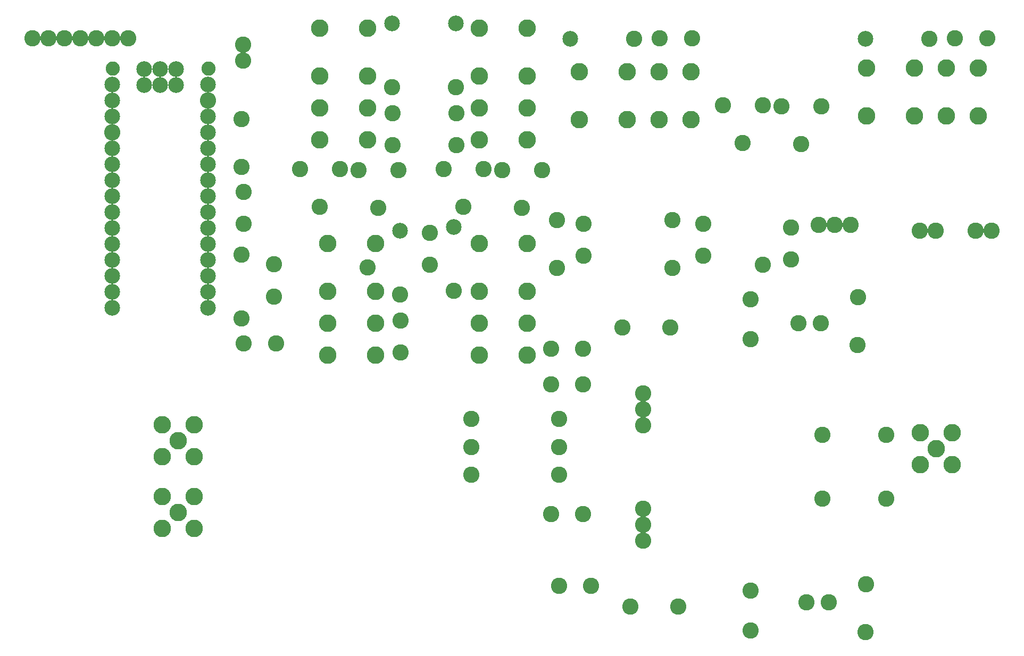
<source format=gbr>
%FSLAX34Y34*%
%MOMM*%
%LNSOLDERMASK_TOP*%
G71*
G01*
%ADD10C,2.800*%
%ADD11C,2.600*%
%ADD12C,2.500*%
%ADD13C,2.250*%
%ADD14C,2.800*%
%ADD15C,2.600*%
%ADD16C,2.500*%
%LPD*%
X252070Y344780D02*
G54D10*
D03*
X302870Y344780D02*
G54D10*
D03*
X277470Y319380D02*
G54D10*
D03*
X302870Y293980D02*
G54D10*
D03*
X252070Y293980D02*
G54D10*
D03*
X1347470Y663830D02*
G54D11*
D03*
X1322070Y663830D02*
G54D11*
D03*
X1296670Y663830D02*
G54D11*
D03*
X1252720Y659036D02*
G54D11*
D03*
X1252833Y608055D02*
G54D11*
D03*
X1064503Y671527D02*
G54D11*
D03*
X1064453Y595277D02*
G54D11*
D03*
X1113020Y665386D02*
G54D11*
D03*
X1113133Y614405D02*
G54D11*
D03*
X880353Y671527D02*
G54D11*
D03*
X880303Y595277D02*
G54D11*
D03*
X1017270Y370080D02*
G54D11*
D03*
X1017270Y395480D02*
G54D11*
D03*
X1017270Y185930D02*
G54D11*
D03*
X1017270Y211330D02*
G54D11*
D03*
X922053Y409438D02*
G54D11*
D03*
X871072Y409325D02*
G54D11*
D03*
X922053Y203063D02*
G54D11*
D03*
X871072Y202950D02*
G54D11*
D03*
X922053Y466588D02*
G54D11*
D03*
X871073Y466475D02*
G54D11*
D03*
X934753Y88763D02*
G54D11*
D03*
X883773Y88650D02*
G54D11*
D03*
X1060751Y499950D02*
G54D11*
D03*
X984501Y500000D02*
G54D11*
D03*
X1073451Y55450D02*
G54D11*
D03*
X997201Y55500D02*
G54D11*
D03*
X1188720Y544830D02*
G54D11*
D03*
X1188720Y481330D02*
G54D11*
D03*
X1188720Y81280D02*
G54D11*
D03*
X1188720Y17780D02*
G54D11*
D03*
X1300020Y506730D02*
G54D11*
D03*
X1264920Y506730D02*
G54D11*
D03*
X1312720Y62230D02*
G54D11*
D03*
X1277620Y62230D02*
G54D11*
D03*
X1457779Y654552D02*
G54D11*
D03*
X1483279Y654552D02*
G54D11*
D03*
X1359113Y471935D02*
G54D11*
D03*
X1359163Y548185D02*
G54D11*
D03*
X1303020Y328930D02*
G54D11*
D03*
X1303020Y227330D02*
G54D11*
D03*
X1404620Y328930D02*
G54D11*
D03*
X1404620Y227330D02*
G54D11*
D03*
X744220Y354330D02*
G54D11*
D03*
X883920Y354330D02*
G54D11*
D03*
X883920Y265430D02*
G54D11*
D03*
X883920Y309880D02*
G54D11*
D03*
X1546679Y654552D02*
G54D11*
D03*
X1572179Y654552D02*
G54D11*
D03*
X1322070Y663830D02*
G54D11*
D03*
X1252833Y608055D02*
G54D11*
D03*
X1207770Y600330D02*
G54D11*
D03*
X1113133Y614405D02*
G54D11*
D03*
X1404620Y227330D02*
G54D11*
D03*
X1300020Y506730D02*
G54D11*
D03*
X1359113Y471935D02*
G54D11*
D03*
X1312720Y62230D02*
G54D11*
D03*
X744220Y265430D02*
G54D11*
D03*
X883920Y309880D02*
G54D11*
D03*
X1458570Y332080D02*
G54D10*
D03*
X1509370Y332080D02*
G54D10*
D03*
X1483970Y306680D02*
G54D10*
D03*
X1509370Y281280D02*
G54D10*
D03*
X1458570Y281280D02*
G54D10*
D03*
X744220Y309880D02*
G54D11*
D03*
X1252833Y608055D02*
G54D11*
D03*
X1113133Y614405D02*
G54D11*
D03*
X1359113Y471935D02*
G54D11*
D03*
X1371813Y14735D02*
G54D11*
D03*
X1371863Y90985D02*
G54D11*
D03*
X1371813Y14735D02*
G54D11*
D03*
X1017270Y160530D02*
G54D11*
D03*
X1017270Y344680D02*
G54D11*
D03*
X172935Y887069D02*
G54D12*
D03*
X172935Y861669D02*
G54D12*
D03*
X172935Y836269D02*
G54D12*
D03*
X172935Y810869D02*
G54D12*
D03*
X172935Y785469D02*
G54D12*
D03*
X172935Y760069D02*
G54D12*
D03*
X172935Y734669D02*
G54D12*
D03*
X172935Y709269D02*
G54D12*
D03*
X172935Y683869D02*
G54D12*
D03*
X172935Y658469D02*
G54D12*
D03*
X172935Y633069D02*
G54D12*
D03*
X172935Y607669D02*
G54D12*
D03*
X172935Y582269D02*
G54D12*
D03*
X172935Y556869D02*
G54D12*
D03*
X172935Y531469D02*
G54D12*
D03*
X325335Y887069D02*
G54D12*
D03*
X325335Y861669D02*
G54D12*
D03*
X325335Y836269D02*
G54D12*
D03*
X325335Y810869D02*
G54D12*
D03*
X325335Y785469D02*
G54D12*
D03*
X325335Y760069D02*
G54D12*
D03*
X325335Y734669D02*
G54D12*
D03*
X325335Y709269D02*
G54D12*
D03*
X325335Y683869D02*
G54D12*
D03*
X325335Y658469D02*
G54D12*
D03*
X325335Y633069D02*
G54D12*
D03*
X325335Y607669D02*
G54D12*
D03*
X325335Y582269D02*
G54D12*
D03*
X325335Y556869D02*
G54D12*
D03*
X325335Y531469D02*
G54D12*
D03*
X325494Y912310D02*
G54D13*
D03*
X173094Y912310D02*
G54D13*
D03*
X274281Y886053D02*
G54D12*
D03*
X274281Y911453D02*
G54D12*
D03*
X248881Y886053D02*
G54D12*
D03*
X248881Y911453D02*
G54D12*
D03*
X223481Y886053D02*
G54D12*
D03*
X223481Y911453D02*
G54D12*
D03*
X378034Y755499D02*
G54D11*
D03*
X378034Y831699D02*
G54D11*
D03*
X380609Y950624D02*
G54D11*
D03*
X380609Y925124D02*
G54D11*
D03*
X381791Y716234D02*
G54D11*
D03*
X381904Y665253D02*
G54D11*
D03*
X378034Y615799D02*
G54D11*
D03*
X378034Y514199D02*
G54D11*
D03*
X430159Y549614D02*
G54D11*
D03*
X430047Y600594D02*
G54D11*
D03*
X432909Y474882D02*
G54D11*
D03*
X381929Y474770D02*
G54D11*
D03*
X381904Y665253D02*
G54D11*
D03*
X430047Y600594D02*
G54D11*
D03*
X381929Y474770D02*
G54D11*
D03*
X172935Y810869D02*
G54D11*
D03*
X325335Y861669D02*
G54D11*
D03*
X515620Y633729D02*
G54D14*
D03*
X591820Y633730D02*
G54D14*
D03*
X515620Y557530D02*
G54D14*
D03*
X515620Y506730D02*
G54D14*
D03*
X515620Y455930D02*
G54D14*
D03*
X591820Y557530D02*
G54D14*
D03*
X591820Y506730D02*
G54D14*
D03*
X591820Y455930D02*
G54D14*
D03*
X502920Y976630D02*
G54D14*
D03*
X579120Y976630D02*
G54D14*
D03*
X502920Y900430D02*
G54D14*
D03*
X502920Y849629D02*
G54D14*
D03*
X502920Y798830D02*
G54D14*
D03*
X579120Y900430D02*
G54D14*
D03*
X579120Y849630D02*
G54D14*
D03*
X579120Y798830D02*
G54D14*
D03*
X756920Y633730D02*
G54D14*
D03*
X833120Y633730D02*
G54D14*
D03*
X756920Y557530D02*
G54D14*
D03*
X756920Y506730D02*
G54D14*
D03*
X756920Y455930D02*
G54D14*
D03*
X833120Y557530D02*
G54D14*
D03*
X833120Y506730D02*
G54D14*
D03*
X833120Y455930D02*
G54D14*
D03*
X756920Y976630D02*
G54D14*
D03*
X833120Y976630D02*
G54D14*
D03*
X756920Y900430D02*
G54D14*
D03*
X756920Y849630D02*
G54D14*
D03*
X756920Y798830D02*
G54D14*
D03*
X833120Y900430D02*
G54D14*
D03*
X833120Y849630D02*
G54D14*
D03*
X833120Y798830D02*
G54D14*
D03*
X1373255Y837165D02*
G54D14*
D03*
X1373254Y913365D02*
G54D14*
D03*
X1449455Y837165D02*
G54D14*
D03*
X1500255Y837165D02*
G54D14*
D03*
X1551055Y837165D02*
G54D14*
D03*
X1449455Y913366D02*
G54D14*
D03*
X1500255Y913365D02*
G54D14*
D03*
X1551055Y913365D02*
G54D14*
D03*
X916055Y830815D02*
G54D14*
D03*
X916055Y907016D02*
G54D14*
D03*
X992255Y830816D02*
G54D14*
D03*
X1043055Y830816D02*
G54D14*
D03*
X1093855Y830815D02*
G54D14*
D03*
X992255Y907016D02*
G54D14*
D03*
X1043055Y907016D02*
G54D14*
D03*
X1093855Y907016D02*
G54D14*
D03*
X471057Y752617D02*
G54D11*
D03*
X534557Y752617D02*
G54D11*
D03*
X502807Y692292D02*
G54D11*
D03*
X579120Y595630D02*
G54D11*
D03*
X252070Y230480D02*
G54D10*
D03*
X302870Y230480D02*
G54D10*
D03*
X277470Y205080D02*
G54D10*
D03*
X302870Y179680D02*
G54D10*
D03*
X252070Y179680D02*
G54D10*
D03*
X564280Y750826D02*
G54D11*
D03*
X627781Y750826D02*
G54D11*
D03*
X596030Y690501D02*
G54D11*
D03*
X627781Y750826D02*
G54D11*
D03*
X502807Y692292D02*
G54D11*
D03*
X699657Y752617D02*
G54D11*
D03*
X763157Y752617D02*
G54D11*
D03*
X731407Y692292D02*
G54D11*
D03*
X792880Y750826D02*
G54D11*
D03*
X856381Y750826D02*
G54D11*
D03*
X824630Y690501D02*
G54D11*
D03*
X824630Y690501D02*
G54D11*
D03*
X731407Y692292D02*
G54D11*
D03*
X1144158Y854217D02*
G54D11*
D03*
X1207658Y854217D02*
G54D11*
D03*
X1175908Y793892D02*
G54D11*
D03*
X1237380Y852426D02*
G54D11*
D03*
X1300880Y852426D02*
G54D11*
D03*
X1269130Y792101D02*
G54D11*
D03*
X1300881Y852426D02*
G54D11*
D03*
X1175908Y793892D02*
G54D11*
D03*
X172935Y810869D02*
G54D15*
D03*
X617740Y882548D02*
G54D16*
D03*
X617740Y984148D02*
G54D16*
D03*
X618565Y790638D02*
G54D11*
D03*
X618453Y841619D02*
G54D11*
D03*
X617740Y882548D02*
G54D11*
D03*
X617740Y882548D02*
G54D15*
D03*
X618565Y790638D02*
G54D15*
D03*
X719340Y882548D02*
G54D16*
D03*
X719340Y984148D02*
G54D16*
D03*
X720165Y790638D02*
G54D11*
D03*
X720053Y841619D02*
G54D11*
D03*
X719340Y882548D02*
G54D11*
D03*
X719340Y882548D02*
G54D15*
D03*
X720165Y790638D02*
G54D15*
D03*
X630440Y552348D02*
G54D16*
D03*
X630440Y653948D02*
G54D16*
D03*
X631265Y460438D02*
G54D11*
D03*
X631153Y511418D02*
G54D11*
D03*
X630440Y552348D02*
G54D11*
D03*
X630440Y552348D02*
G54D15*
D03*
X631265Y460438D02*
G54D15*
D03*
X716442Y558285D02*
G54D16*
D03*
X716442Y659885D02*
G54D16*
D03*
X677897Y599725D02*
G54D11*
D03*
X677785Y650706D02*
G54D11*
D03*
X677897Y599725D02*
G54D15*
D03*
X716442Y558285D02*
G54D15*
D03*
X1003249Y959846D02*
G54D16*
D03*
X901649Y959846D02*
G54D16*
D03*
X1095159Y960671D02*
G54D11*
D03*
X1044179Y960559D02*
G54D11*
D03*
X1003249Y959846D02*
G54D11*
D03*
X1003249Y959846D02*
G54D15*
D03*
X1095159Y960671D02*
G54D15*
D03*
X1473149Y959846D02*
G54D16*
D03*
X1371549Y959846D02*
G54D16*
D03*
X1565059Y960671D02*
G54D11*
D03*
X1514079Y960559D02*
G54D11*
D03*
X1473149Y959846D02*
G54D11*
D03*
X1473149Y959846D02*
G54D15*
D03*
X1565059Y960671D02*
G54D15*
D03*
X579120Y976630D02*
G54D11*
D03*
X591820Y633730D02*
G54D11*
D03*
X833120Y976630D02*
G54D11*
D03*
X833120Y633730D02*
G54D11*
D03*
X916055Y830815D02*
G54D11*
D03*
X1373255Y837165D02*
G54D11*
D03*
X596030Y690501D02*
G54D11*
D03*
X1269130Y792101D02*
G54D11*
D03*
X922520Y665386D02*
G54D11*
D03*
X922633Y614405D02*
G54D11*
D03*
X45720Y960630D02*
G54D11*
D03*
X71120Y960630D02*
G54D11*
D03*
X71120Y960630D02*
G54D11*
D03*
X96520Y960630D02*
G54D11*
D03*
X147320Y960630D02*
G54D11*
D03*
X147320Y960630D02*
G54D11*
D03*
X172720Y960630D02*
G54D11*
D03*
X172720Y960630D02*
G54D11*
D03*
X198120Y960630D02*
G54D11*
D03*
X121920Y960630D02*
G54D11*
D03*
M02*

</source>
